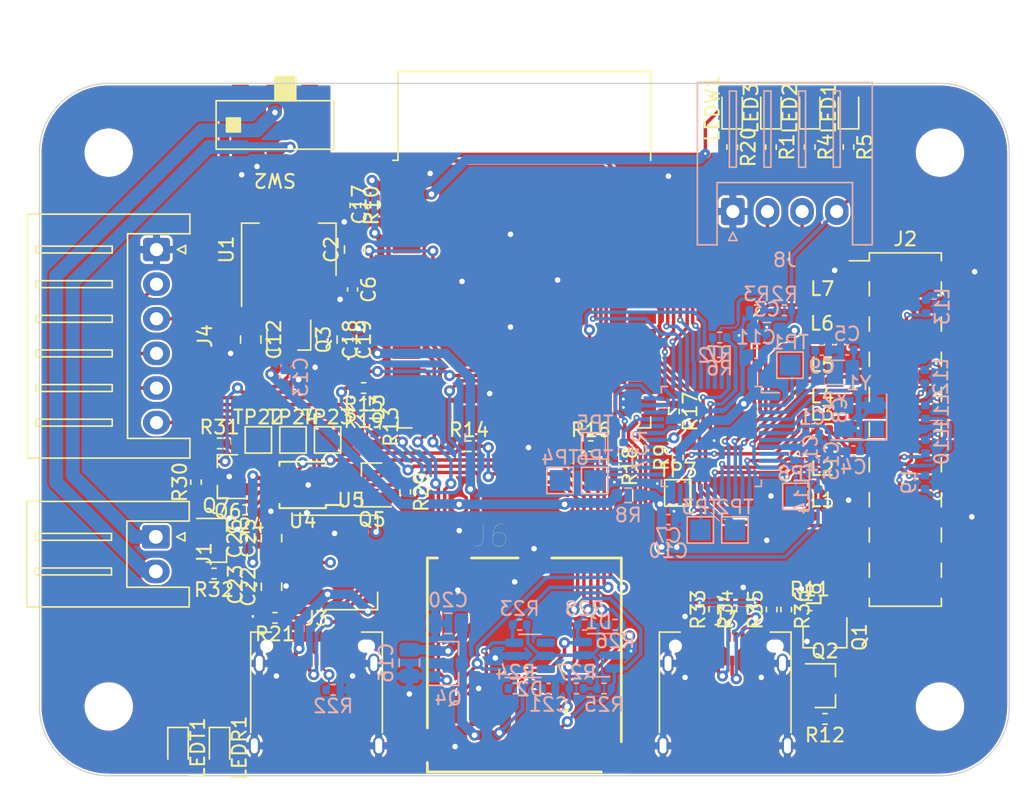
<source format=kicad_pcb>
(kicad_pcb (version 20210126) (generator pcbnew)

  (general
    (thickness 4.69)
  )

  (paper "A4")
  (layers
    (0 "F.Cu" signal)
    (1 "In1.Cu" power)
    (2 "In2.Cu" power)
    (31 "B.Cu" signal)
    (32 "B.Adhes" user "B.Adhesive")
    (33 "F.Adhes" user "F.Adhesive")
    (34 "B.Paste" user)
    (35 "F.Paste" user)
    (36 "B.SilkS" user "B.Silkscreen")
    (37 "F.SilkS" user "F.Silkscreen")
    (38 "B.Mask" user)
    (39 "F.Mask" user)
    (40 "Dwgs.User" user "User.Drawings")
    (41 "Cmts.User" user "User.Comments")
    (42 "Eco1.User" user "User.Eco1")
    (43 "Eco2.User" user "User.Eco2")
    (44 "Edge.Cuts" user)
    (45 "Margin" user)
    (46 "B.CrtYd" user "B.Courtyard")
    (47 "F.CrtYd" user "F.Courtyard")
    (48 "B.Fab" user)
    (49 "F.Fab" user)
    (50 "User.1" user)
    (51 "User.2" user)
    (52 "User.3" user)
    (53 "User.4" user)
    (54 "User.5" user)
    (55 "User.6" user)
    (56 "User.7" user)
    (57 "User.8" user)
    (58 "User.9" user)
  )

  (setup
    (stackup
      (layer "F.SilkS" (type "Top Silk Screen"))
      (layer "F.Paste" (type "Top Solder Paste"))
      (layer "F.Mask" (type "Top Solder Mask") (color "Green") (thickness 0.01))
      (layer "F.Cu" (type "copper") (thickness 0.035))
      (layer "dielectric 1" (type "core") (thickness 1.51) (material "FR4") (epsilon_r 4.5) (loss_tangent 0.02))
      (layer "In1.Cu" (type "copper") (thickness 0.035))
      (layer "dielectric 2" (type "prepreg") (thickness 1.51) (material "FR4") (epsilon_r 4.5) (loss_tangent 0.02))
      (layer "In2.Cu" (type "copper") (thickness 0.035))
      (layer "dielectric 3" (type "core") (thickness 1.51) (material "FR4") (epsilon_r 4.5) (loss_tangent 0.02))
      (layer "B.Cu" (type "copper") (thickness 0.035))
      (layer "B.Mask" (type "Bottom Solder Mask") (color "Green") (thickness 0.01))
      (layer "B.Paste" (type "Bottom Solder Paste"))
      (layer "B.SilkS" (type "Bottom Silk Screen"))
      (copper_finish "None")
      (dielectric_constraints no)
    )
    (pcbplotparams
      (layerselection 0x00010fc_ffffffff)
      (disableapertmacros false)
      (usegerberextensions false)
      (usegerberattributes true)
      (usegerberadvancedattributes true)
      (creategerberjobfile true)
      (svguseinch false)
      (svgprecision 6)
      (excludeedgelayer true)
      (plotframeref false)
      (viasonmask false)
      (mode 1)
      (useauxorigin false)
      (hpglpennumber 1)
      (hpglpenspeed 20)
      (hpglpendiameter 15.000000)
      (dxfpolygonmode true)
      (dxfimperialunits true)
      (dxfusepcbnewfont true)
      (psnegative false)
      (psa4output false)
      (plotreference true)
      (plotvalue true)
      (plotinvisibletext false)
      (sketchpadsonfab false)
      (subtractmaskfromsilk false)
      (outputformat 1)
      (mirror false)
      (drillshape 1)
      (scaleselection 1)
      (outputdirectory "")
    )
  )


  (net 0 "")
  (net 1 "/~RST")
  (net 2 "GND")
  (net 3 "/3V3_STM")
  (net 4 "unconnected-(C12-Pad1)")
  (net 5 "/AVDD_STM")
  (net 6 "/XT_H2")
  (net 7 "/XT_L2")
  (net 8 "/XT_H1")
  (net 9 "/XT_L1")
  (net 10 "/ESP_EN_POST")
  (net 11 "+3V3")
  (net 12 "/VCC_ESP")
  (net 13 "/USB_PWR_IN")
  (net 14 "/GND_IN")
  (net 15 "/VCC_SD")
  (net 16 "/VBAT_IN")
  (net 17 "/CH_V3")
  (net 18 "/3V3_CH")
  (net 19 "/SD_DAT2")
  (net 20 "/SD_DAT3")
  (net 21 "/SD_CLK")
  (net 22 "/SD_CMD")
  (net 23 "unconnected-(D2-Pad6)")
  (net 24 "unconnected-(D2-Pad4)")
  (net 25 "/SD_DAT1")
  (net 26 "unconnected-(U3-Pad31)")
  (net 27 "VCC")
  (net 28 "/CH_DM")
  (net 29 "Net-(J3-PadB5)")
  (net 30 "unconnected-(J3-PadB8)")
  (net 31 "/CH_DP")
  (net 32 "unconnected-(J3-PadA8)")
  (net 33 "Net-(J3-PadA5)")
  (net 34 "/ESP_TDI")
  (net 35 "/ESP_TCK")
  (net 36 "/ESP_TMS")
  (net 37 "/ESP_TDO")
  (net 38 "/ESP_TX0")
  (net 39 "/ESP_RX0")
  (net 40 "/SD_DET")
  (net 41 "/SD_DAT0")
  (net 42 "Net-(LED1-Pad1)")
  (net 43 "Net-(LED2-Pad1)")
  (net 44 "Net-(LED3-Pad1)")
  (net 45 "Net-(LEDR1-Pad1)")
  (net 46 "Net-(LEDT1-Pad1)")
  (net 47 "unconnected-(U3-Pad30)")
  (net 48 "Net-(LEDW1-Pad1)")
  (net 49 "Net-(Q1-Pad3)")
  (net 50 "/ADS_PWR")
  (net 51 "Net-(L8-Pad1)")
  (net 52 "+BATT")
  (net 53 "/~ESP_PWR")
  (net 54 "/~SD_EN")
  (net 55 "Net-(Q5-Pad3)")
  (net 56 "/CH_TX")
  (net 57 "Net-(Q6-Pad2)")
  (net 58 "Net-(Q7-Pad2)")
  (net 59 "/CH_RX")
  (net 60 "/LED3")
  (net 61 "/BOOT0")
  (net 62 "/LED2")
  (net 63 "/LED1")
  (net 64 "/SCL_PT")
  (net 65 "Net-(R6-Pad1)")
  (net 66 "/SDA_PT")
  (net 67 "Net-(R9-Pad2)")
  (net 68 "/ADS_CLK")
  (net 69 "/ESP_EN")
  (net 70 "/ESP_BOOT")
  (net 71 "/LEDW")
  (net 72 "unconnected-(SW2-Pad4)")
  (net 73 "unconnected-(SW2-Pad1)")
  (net 74 "Net-(TP1-Pad1)")
  (net 75 "Net-(TP2-Pad1)")
  (net 76 "Net-(TP3-Pad1)")
  (net 77 "Net-(U2-Pad10)")
  (net 78 "/STM_USB_PULLUP")
  (net 79 "Net-(TP6-Pad1)")
  (net 80 "Net-(TP7-Pad1)")
  (net 81 "Net-(U2-Pad26)")
  (net 82 "Net-(U2-Pad27)")
  (net 83 "Net-(TP22-Pad1)")
  (net 84 "Net-(TP23-Pad1)")
  (net 85 "Net-(TP24-Pad1)")
  (net 86 "/SWCLK")
  (net 87 "/STM_DP")
  (net 88 "/SWDIO")
  (net 89 "/ADS_NRST")
  (net 90 "/ESP_TX2")
  (net 91 "/ESP_RX2")
  (net 92 "/ADS_START")
  (net 93 "/ADS_MOSI")
  (net 94 "/ADS_MISO")
  (net 95 "/ADS_SCK")
  (net 96 "/ADS_NCS")
  (net 97 "/ADS_NPWDN")
  (net 98 "/ADS_CLKSEL")
  (net 99 "/ADS_NDRDY")
  (net 100 "unconnected-(U3-Pad32)")
  (net 101 "unconnected-(U3-Pad22)")
  (net 102 "unconnected-(U3-Pad21)")
  (net 103 "unconnected-(U3-Pad20)")
  (net 104 "unconnected-(U3-Pad19)")
  (net 105 "unconnected-(U3-Pad18)")
  (net 106 "unconnected-(U3-Pad17)")
  (net 107 "unconnected-(J2-Pad20)")
  (net 108 "Net-(J2-Pad17)")
  (net 109 "unconnected-(J2-Pad18)")
  (net 110 "Net-(J2-Pad15)")
  (net 111 "Net-(J2-Pad14)")
  (net 112 "Net-(J2-Pad13)")
  (net 113 "Net-(J2-Pad12)")
  (net 114 "Net-(J2-Pad11)")
  (net 115 "Net-(J2-Pad10)")
  (net 116 "Net-(J2-Pad9)")
  (net 117 "Net-(J2-Pad8)")
  (net 118 "Net-(J2-Pad7)")
  (net 119 "unconnected-(J2-Pad6)")
  (net 120 "Net-(J2-Pad5)")
  (net 121 "Net-(J2-Pad4)")
  (net 122 "Net-(J2-Pad3)")
  (net 123 "unconnected-(U3-Pad4)")
  (net 124 "unconnected-(U3-Pad5)")
  (net 125 "unconnected-(U3-Pad6)")
  (net 126 "unconnected-(U3-Pad7)")
  (net 127 "unconnected-(U3-Pad8)")
  (net 128 "unconnected-(U3-Pad9)")
  (net 129 "unconnected-(U3-Pad10)")
  (net 130 "Net-(J7-PadA4)")
  (net 131 "unconnected-(U3-Pad29)")
  (net 132 "unconnected-(U3-Pad36)")
  (net 133 "unconnected-(U3-Pad33)")
  (net 134 "unconnected-(J7-PadB8)")
  (net 135 "/STM_DM")
  (net 136 "/STM_VUSB")
  (net 137 "Net-(J7-PadB5)")
  (net 138 "unconnected-(J7-PadA8)")
  (net 139 "Net-(J7-PadA5)")

  (footprint "Inductor_SMD:L_0402_1005Metric" (layer "F.Cu") (at 156.5 116))

  (footprint "Inductor_SMD:L_0402_1005Metric" (layer "F.Cu") (at 156.5 125))

  (footprint "Connector_JST:JST_XH_S2B-XH-A_1x02_P2.50mm_Horizontal" (layer "F.Cu") (at 108.4 132.75 -90))

  (footprint "footprints:GCT_MEM2061-01-188-00-A_REVA" (layer "F.Cu") (at 135 142))

  (footprint "Resistor_SMD:R_0402_1005Metric" (layer "F.Cu") (at 123.4 122 180))

  (footprint "Resistor_SMD:R_0402_1005Metric" (layer "F.Cu") (at 153.9 138 -90))

  (footprint "LED_SMD:LED_0603_1608Metric" (layer "F.Cu") (at 158.4 101.8 90))

  (footprint "Package_TO_SOT_SMD:SOT-23" (layer "F.Cu") (at 113.6 128.4 180))

  (footprint "footprints:Copal_CL-SB-22B-11T" (layer "F.Cu") (at 117 103 180))

  (footprint "Capacitor_SMD:C_0402_1005Metric" (layer "F.Cu") (at 115.25 132.87 90))

  (footprint "Resistor_SMD:R_0402_1005Metric" (layer "F.Cu") (at 155.6 104.6 -90))

  (footprint "Capacitor_SMD:C_0805_2012Metric" (layer "F.Cu") (at 115.25 118.5 -90))

  (footprint "LED_SMD:LED_0603_1608Metric" (layer "F.Cu") (at 110 148 -90))

  (footprint "Package_TO_SOT_SMD:SOT-23" (layer "F.Cu") (at 124 129 180))

  (footprint "Inductor_SMD:L_0402_1005Metric" (layer "F.Cu") (at 156.5 129))

  (footprint "Resistor_SMD:R_0402_1005Metric" (layer "F.Cu") (at 155.6 137.7))

  (footprint "Package_TO_SOT_SMD:SOT-223-3_TabPin2" (layer "F.Cu") (at 118 112 90))

  (footprint "Resistor_SMD:R_0402_1005Metric" (layer "F.Cu") (at 158.4 104.6 -90))

  (footprint "Resistor_SMD:R_0402_1005Metric" (layer "F.Cu") (at 152.8 104.6 -90))

  (footprint "Resistor_SMD:R_0402_1005Metric" (layer "F.Cu") (at 122.8 108.8 -90))

  (footprint "MountingHole:MountingHole_3.2mm_M3_DIN965" (layer "F.Cu") (at 165 105))

  (footprint "LED_SMD:LED_0603_1608Metric" (layer "F.Cu") (at 150 101.8 90))

  (footprint "Resistor_SMD:R_0402_1005Metric" (layer "F.Cu") (at 117 138.6 180))

  (footprint "Inductor_SMD:L_0402_1005Metric" (layer "F.Cu") (at 157.1 136.9 90))

  (footprint "Package_TO_SOT_SMD:SOT-23" (layer "F.Cu") (at 118 118.5 -90))

  (footprint "TestPoint:TestPoint_Pad_1.5x1.5mm" (layer "F.Cu") (at 120.8 125.75))

  (footprint "Resistor_SMD:R_0402_1005Metric" (layer "F.Cu") (at 152.85 138 90))

  (footprint "Package_TO_SOT_SMD:SOT-23" (layer "F.Cu") (at 156.7 143.5))

  (footprint "Capacitor_SMD:C_0402_1005Metric" (layer "F.Cu") (at 122.6 114.88 -90))

  (footprint "Resistor_SMD:R_0402_1005Metric" (layer "F.Cu") (at 126.4 129.5 -90))

  (footprint "Capacitor_SMD:C_0805_2012Metric" (layer "F.Cu") (at 116.75 132.85 90))

  (footprint "Resistor_SMD:R_0402_1005Metric" (layer "F.Cu") (at 156.7 145.9 180))

  (footprint "Package_SO:MSOP-10_3x3mm_P0.5mm" (layer "F.Cu") (at 119 129 180))

  (footprint "Resistor_SMD:R_0402_1005Metric" (layer "F.Cu") (at 124.2 124.8 -90))

  (footprint "Capacitor_SMD:C_0805_2012Metric" (layer "F.Cu") (at 122.75 112 90))

  (footprint "Resistor_SMD:R_0402_1005Metric" (layer "F.Cu") (at 148.71 138 90))

  (footprint "LED_SMD:LED_0603_1608Metric" (layer "F.Cu") (at 155.6 101.8 90))

  (footprint "TestPoint:TestPoint_Pad_1.5x1.5mm" (layer "F.Cu") (at 146.075 129.575))

  (footprint "Capacitor_SMD:C_0402_1005Metric" (layer "F.Cu") (at 114.8 130.8 180))

  (footprint "Resistor_SMD:R_0402_1005Metric" (layer "F.Cu") (at 139.8 126.2))

  (footprint "Connector_USB:USB_C_Receptacle_Amphenol_12401610E4-2A" (layer "F.Cu") (at 120 145))

  (footprint "Connector_USB:USB_C_Receptacle_Amphenol_12401610E4-2A" (layer "F.Cu") (at 149.5 145))

  (footprint "Capacitor_SMD:C_0402_1005Metric" (layer "F.Cu") (at 122.25 118.5 -90))

  (footprint "Capacitor_SMD:C_0805_2012Metric" (layer "F.Cu") (at 120.75 118.5 -90))

  (footprint "Resistor_SMD:R_0402_1005Metric" (layer "F.Cu") (at 111.3 128.8 90))

  (footprint "TestPoint:TestPoint_Pad_1.5x1.5mm" (layer "F.Cu") (at 118.3 125.75))

  (footprint "Capacitor_SMD:C_0402_1005Metric" (layer "F.Cu") (at 115.3 136.2 90))

  (footprint "Inductor_SMD:L_0402_1005Metric" (layer "F.Cu") (at 156.485 118.5))

  (footprint "RF_Module:ESP32-WROOM-32" (layer "F.Cu") (at 135 115))

  (footprint "Resistor_SMD:R_0402_1005Metric" (layer "F.Cu") (at 150 104.6 -90))

  (footprint "Inductor_SMD:L_0402_1005Metric" (layer "F.Cu") (at 156.5 121.5))

  (footprint "Resistor_SMD:R_0402_1005Metric" (layer "F.Cu") (at 141.45 127.65 -90))

  (footprint "MountingHole:MountingHole_3.2mm_M3_DIN965" (layer "F.Cu") (at 105 145))

  (footprint "LED_SMD:LED_0603_1608Metric" (layer "F.Cu")
    (tedit 5F68FEF1) (tstamp afe72d88-8606-476a-b376-397eb5f02bfc)
    (at 152.8 101.8 90)
    (descr "LED SMD 0603 (1608 Metric), square (rectangular) end terminal, IPC_7351 nominal, (Body size source: http://www.tortai-tech.com/upload/download/2011102023233369053.pdf), generated with kicad-footprint-generator")
    (tags "LED")
    (property "Sheetfile" "control_board.kicad_sch")
    (property "Sheetname" "")
    (path "/8febccb6-3f23-4e29-ac4e-7d7bef798d9b")
    (attr smd)
    (fp_text reference "LED3" (at 0 -1.43 90) (layer "F.SilkS")
      (effects (font (size 1 1) (thickness 0.15)))
      (tstamp 5e14bddc-f59f-4b1c-ab6e-72c8adde0cf3)
    )
    (fp_text value "red" (at 0 1.43 90) (layer "F.Fab")
      (effects (font (size 1 1) (thickness 0.15)))
      (tstamp 01dc8591-32bf-4649-a6ee-2a9788546fcb)
    )
    (fp_text user "${REFERENCE}" (at 0 0 90) (layer "F.Fab")
      (effects (font (size 0.4 0.4) (thickness 0.06)))
      (tstamp 65068574-5671-4d2f-b750-da5dcaf619d9)
    )
    (fp_line (start 0.8 -0.735) (end -1.485 -0.735) (layer "F.SilkS") (width 0.12) (tstamp 01e0fe2a-b1e5-4341-868f-b525b342149a))
    (fp_line (start -1.485 0.735) (end 0.8 0.735) (layer "F.SilkS") (width 0.12) (tstamp 1bd6872c-c89b-4ef2-bf5e-397016bcc034))
    (fp_line (start -1.485 -0.735) (end -1.485 0.735) (layer "F.SilkS") (width 0.12) (tstamp c0191d54-6e98-4470-bd0f-078602a11baf))
    (fp_line (start -1.48 0.73) (end -1.48 -0.73) (layer "F.CrtYd") (width 0.05) (tstamp 07ce35ba-0961-4665-89ab-7e34f3964670))
    (fp_line (start -1.48 -0.73) (end 1.48 -0.73) (layer "F.CrtYd") (width 0.05) (tstamp 6ffb7988-724a-4896-a431-6b8aeb5c3c26))
    (fp_line (start 1.48 0.73) (end -1.48 0.73) (layer "F.CrtYd") (width 0.05) (tstamp ea4ba81f-8903-4e57-940f-75dd19b29911))
    (fp_line (start 1.48 -0.73) (end 1.48 0.73) (layer "F.CrtYd") (width 0.05) (tstamp fff09830-a60c-4e35-becc-d35297de3295))
    (fp_line (start -0.8 0.4) (end 0.8 0.4) (layer "F.Fab") (width 0.1) (tstamp 00fc17e8-6aa8-478e-8dd1-6e3bdb98c829))
    (fp_line (start -0.5 -0.4) (end -0.8 -0.1) (layer "F.Fab") (width 0.1) (tstamp 0eb0bc14-f9b1-446f-99f4-cf803006bfab))
    (fp_line (start 0.8 -0.4) (end -0.5 -0.4) (layer "F.Fab") (width 0.1) (tstamp 85e91d72-b65f-4691-aa9c-5152c663557f))
    (fp_line (start 0.8 0.4) (end 0.8 -0.4) (layer "F.Fab") (width 0.1) (tstamp 9a5b1de0-31ab-4b14-815a-1ee40b71c039))
    (fp_line (start -0.8 -0.1) (end -0.8 0.4) (layer "F.Fab") (width 0.1) (tstamp edc2947c-dac1-4a0d-ad33-a588e81ce80c))
    (pad "1" smd roundrect (at -0.7875 0 90) (locked) (size 0.875 0.95) (layers "F.Cu" "F.Paste" "F.Mask") (roundrect_
... [2363203 chars truncated]
</source>
